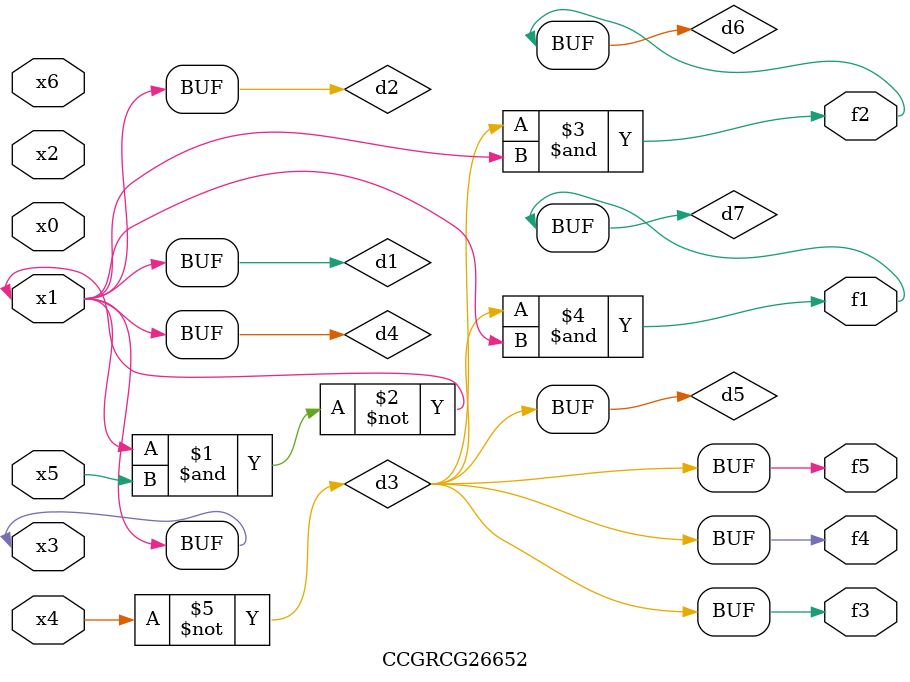
<source format=v>
module CCGRCG26652(
	input x0, x1, x2, x3, x4, x5, x6,
	output f1, f2, f3, f4, f5
);

	wire d1, d2, d3, d4, d5, d6, d7;

	buf (d1, x1, x3);
	nand (d2, x1, x5);
	not (d3, x4);
	buf (d4, d1, d2);
	buf (d5, d3);
	and (d6, d3, d4);
	and (d7, d3, d4);
	assign f1 = d7;
	assign f2 = d6;
	assign f3 = d5;
	assign f4 = d5;
	assign f5 = d5;
endmodule

</source>
